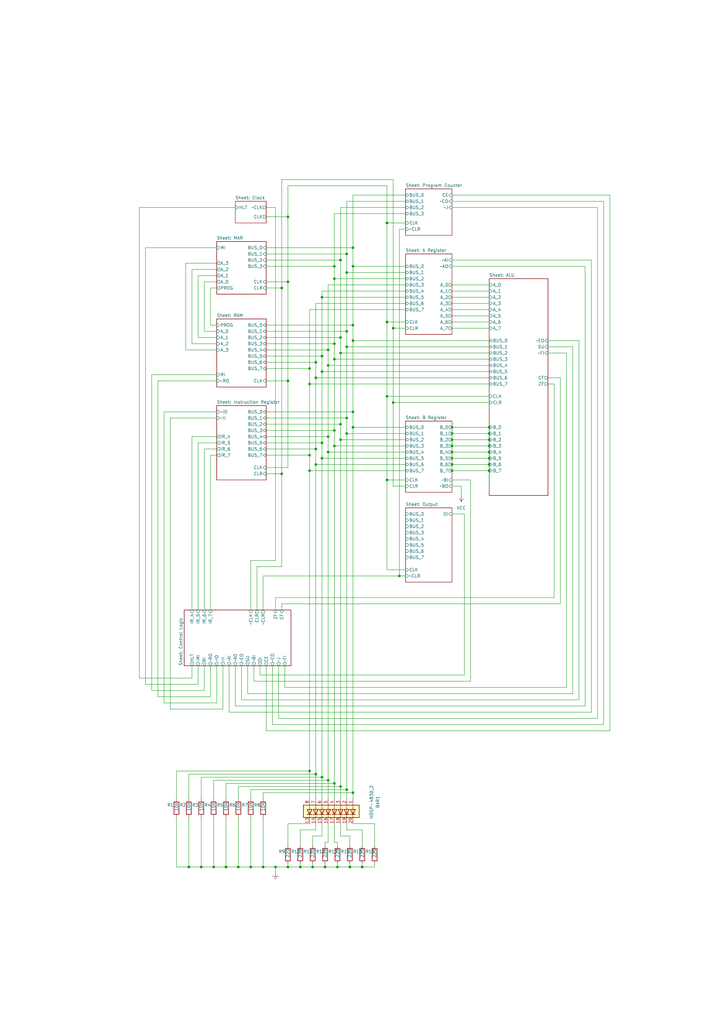
<source format=kicad_sch>
(kicad_sch (version 20211123) (generator eeschema)
  (paper "A3" portrait)
  (lib_symbols
    (symbol "Device:R" (pin_numbers hide) (pin_names (offset 0))
      (property "Reference" "R" (at 2.032 0 90))
      (property "Value" "R" (at 0 0 90))
      (symbol "R_0_1"
        (rectangle (start -1.016 -2.54) (end 1.016 2.54) (stroke (width 0.254)))
      )
      (symbol "R_1_1"
        (pin passive line (at 0 3.81 270) (length 1.27) (name "~") (number "1"))
        (pin passive line (at 0 -3.81 90) (length 1.27) (name "~") (number "2"))
      )
    )
    (symbol "LED:HDSP-4830_2" (pin_names (offset 1.016) hide)
      (property "Reference" "BAR?" (at 0 20.32 0))
      (property "Value" "HDSP-4830_2" (at 0 17.78 0))
      (symbol "HDSP-4830_2_0_1"
        (rectangle (start -2.54 12.7) (end 2.54 -10.16) (stroke (width 0.254)) (fill (type background)))
        (polyline (pts (xy -2.54 -7.62) (xy 2.54 -7.62)))
        (polyline (pts (xy -2.54 -5.08) (xy 2.54 -5.08)))
        (polyline (pts (xy -2.54 0) (xy 2.54 0)))
        (polyline (pts (xy -2.54 5.08) (xy 2.54 5.08)))
        (polyline (pts (xy -2.54 7.62) (xy 2.54 7.62)))
        (polyline (pts (xy -2.54 10.16) (xy 2.54 10.16)))
        (polyline (pts (xy 1.27 -6.604) (xy 1.27 -8.636)) (stroke (width 0.254)))
        (polyline (pts (xy 1.27 -4.064) (xy 1.27 -6.096)) (stroke (width 0.254)))
        (polyline (pts (xy 1.27 -1.524) (xy 1.27 -3.556)) (stroke (width 0.254)))
        (polyline (pts (xy 1.27 1.016) (xy 1.27 -1.016)) (stroke (width 0.254)))
        (polyline (pts (xy 1.27 3.556) (xy 1.27 1.524)) (stroke (width 0.254)))
        (polyline (pts (xy 1.27 6.096) (xy 1.27 4.064)) (stroke (width 0.254)))
        (polyline (pts (xy 1.27 8.636) (xy 1.27 6.604)) (stroke (width 0.254)))
        (polyline (pts (xy 1.27 11.176) (xy 1.27 9.144)) (stroke (width 0.254)))
        (polyline (pts (xy 2.54 -2.54) (xy -2.54 -2.54)))
        (polyline (pts (xy 2.54 2.54) (xy -2.54 2.54)))
        (polyline (pts (xy -0.762 -6.604) (xy -0.762 -8.636) (xy 1.27 -7.62) (xy -0.762 -6.604)) (stroke (width 0.254)))
        (polyline (pts (xy -0.762 -4.064) (xy -0.762 -6.096) (xy 1.27 -5.08) (xy -0.762 -4.064)) (stroke (width 0.254)))
        (polyline (pts (xy -0.762 -1.524) (xy -0.762 -3.556) (xy 1.27 -2.54) (xy -0.762 -1.524)) (stroke (width 0.254)))
        (polyline (pts (xy -0.762 1.016) (xy -0.762 -1.016) (xy 1.27 0) (xy -0.762 1.016)) (stroke (width 0.254)))
        (polyline (pts (xy -0.762 3.556) (xy -0.762 1.524) (xy 1.27 2.54) (xy -0.762 3.556)) (stroke (width 0.254)))
        (polyline (pts (xy -0.762 6.096) (xy -0.762 4.064) (xy 1.27 5.08) (xy -0.762 6.096)) (stroke (width 0.254)))
        (polyline (pts (xy -0.762 8.636) (xy -0.762 6.604) (xy 1.27 7.62) (xy -0.762 8.636)) (stroke (width 0.254)))
        (polyline (pts (xy -0.762 11.176) (xy -0.762 9.144) (xy 1.27 10.16) (xy -0.762 11.176)) (stroke (width 0.254)))
      )
      (symbol "HDSP-4830_2_1_1"
        (pin passive line (at -5.08 10.16 0) (length 2.54) (name "A") (number "1"))
        (pin passive line (at 5.08 -7.62 180) (length 2.54) (name "K") (number "13"))
        (pin passive line (at 5.08 -5.08 180) (length 2.54) (name "K") (number "14"))
        (pin passive line (at 5.08 -2.54 180) (length 2.54) (name "K") (number "15"))
        (pin passive line (at 5.08 0 180) (length 2.54) (name "K") (number "16"))
        (pin passive line (at 5.08 2.54 180) (length 2.54) (name "K") (number "17"))
        (pin passive line (at 5.08 5.08 180) (length 2.54) (name "K") (number "18"))
        (pin passive line (at 5.08 7.62 180) (length 2.54) (name "K") (number "19"))
        (pin passive line (at -5.08 7.62 0) (length 2.54) (name "A") (number "2"))
        (pin passive line (at 5.08 10.16 180) (length 2.54) (name "K") (number "20"))
        (pin passive line (at -5.08 5.08 0) (length 2.54) (name "A") (number "3"))
        (pin passive line (at -5.08 2.54 0) (length 2.54) (name "A") (number "4"))
        (pin passive line (at -5.08 0 0) (length 2.54) (name "A") (number "5"))
        (pin passive line (at -5.08 -2.54 0) (length 2.54) (name "A") (number "6"))
        (pin passive line (at -5.08 -5.08 0) (length 2.54) (name "A") (number "7"))
        (pin passive line (at -5.08 -7.62 0) (length 2.54) (name "A") (number "8"))
      )
    )
    (symbol "power:Earth" (power) (pin_names (offset 0))
      (symbol "Earth_0_1"
        (polyline (pts (xy -0.635 -1.905) (xy 0.635 -1.905)))
        (polyline (pts (xy -0.127 -2.54) (xy 0.127 -2.54)))
        (polyline (pts (xy 0 -1.27) (xy 0 0)))
        (polyline (pts (xy 1.27 -1.27) (xy -1.27 -1.27)))
      )
      (symbol "Earth_1_1"
        (pin power_in line (at 0 0 270) (length 0) hide (name "Earth") (number "1"))
      )
    )
    (symbol "power:VCC" (power) (pin_names (offset 0))
      (property "Value" "VCC" (at 0 3.81 0))
      (symbol "VCC_0_1"
        (polyline (pts (xy -0.762 1.27) (xy 0 2.54)))
        (polyline (pts (xy 0 0) (xy 0 2.54)))
        (polyline (pts (xy 0 2.54) (xy 0.762 1.27)))
      )
      (symbol "VCC_1_1"
        (pin power_in line (at 0 0 90) (length 0) hide (name "VCC") (number "1"))
      )
    )
  )
  (junction (at 118.11 88.9))
  (junction (at 144.78 325.12))
  (junction (at 185.42 182.88))
  (junction (at 102.87 355.6))
  (junction (at 107.95 355.6))
  (junction (at 137.16 176.53))
  (junction (at 142.24 142.24))
  (junction (at 142.24 111.76))
  (junction (at 137.16 109.22))
  (junction (at 163.83 236.22))
  (junction (at 134.62 185.42))
  (junction (at 133.35 355.6))
  (junction (at 185.42 185.42))
  (junction (at 144.78 101.6))
  (junction (at 137.16 147.32))
  (junction (at 127 151.13))
  (junction (at 200.66 182.88))
  (junction (at 200.66 187.96))
  (junction (at 139.7 106.68))
  (junction (at 134.62 179.07))
  (junction (at 158.75 91.44))
  (junction (at 132.08 146.05))
  (junction (at 142.24 177.8))
  (junction (at 142.24 171.45))
  (junction (at 128.27 355.6))
  (junction (at 139.7 138.43))
  (junction (at 139.7 322.58))
  (junction (at 129.54 190.5))
  (junction (at 129.54 148.59))
  (junction (at 77.47 355.6))
  (junction (at 144.78 109.22))
  (junction (at 158.75 162.56))
  (junction (at 142.24 135.89))
  (junction (at 129.54 154.94))
  (junction (at 137.16 114.3))
  (junction (at 200.66 190.5))
  (junction (at 113.03 355.6))
  (junction (at 185.42 180.34))
  (junction (at 118.11 115.57))
  (junction (at 200.66 193.04))
  (junction (at 115.57 194.31))
  (junction (at 118.11 355.6))
  (junction (at 200.66 180.34))
  (junction (at 200.66 175.26))
  (junction (at 200.66 177.8))
  (junction (at 137.16 182.88))
  (junction (at 142.24 104.14))
  (junction (at 97.79 355.6))
  (junction (at 129.54 184.15))
  (junction (at 137.16 321.31))
  (junction (at 148.59 355.6))
  (junction (at 127 157.48))
  (junction (at 127 193.04))
  (junction (at 115.57 118.11))
  (junction (at 132.08 187.96))
  (junction (at 87.63 355.6))
  (junction (at 185.42 190.5))
  (junction (at 139.7 180.34))
  (junction (at 161.29 134.62))
  (junction (at 82.55 355.6))
  (junction (at 129.54 317.5))
  (junction (at 127 186.69))
  (junction (at 200.66 185.42))
  (junction (at 185.42 175.26))
  (junction (at 123.19 355.6))
  (junction (at 158.75 196.85))
  (junction (at 137.16 140.97))
  (junction (at 132.08 121.92))
  (junction (at 132.08 318.77))
  (junction (at 185.42 187.96))
  (junction (at 144.78 175.26))
  (junction (at 134.62 143.51))
  (junction (at 139.7 173.99))
  (junction (at 161.29 165.1))
  (junction (at 118.11 156.21))
  (junction (at 142.24 323.85))
  (junction (at 185.42 193.04))
  (junction (at 132.08 181.61))
  (junction (at 92.71 355.6))
  (junction (at 127 316.23))
  (junction (at 132.08 152.4))
  (junction (at 144.78 168.91))
  (junction (at 144.78 139.7))
  (junction (at 158.75 132.08))
  (junction (at 185.42 177.8))
  (junction (at 138.43 355.6))
  (junction (at 144.78 133.35))
  (junction (at 134.62 320.04))
  (junction (at 139.7 144.78))
  (junction (at 134.62 149.86))
  (junction (at 143.51 355.6))
  (wire (pts (xy 67.31 168.91) (xy 88.9 168.91)))
  (wire (pts (xy 234.95 284.48) (xy 234.95 142.24)))
  (wire (pts (xy 166.37 85.09) (xy 139.7 85.09)))
  (wire (pts (xy 142.24 135.89) (xy 142.24 142.24)))
  (wire (pts (xy 161.29 165.1) (xy 161.29 199.39)))
  (wire (pts (xy 190.5 276.86) (xy 190.5 210.82)))
  (wire (pts (xy 129.54 340.36) (xy 129.54 337.82)))
  (wire (pts (xy 77.47 317.5) (xy 129.54 317.5)))
  (wire (pts (xy 166.37 91.44) (xy 158.75 91.44)))
  (wire (pts (xy 81.28 181.61) (xy 88.9 181.61)))
  (wire (pts (xy 107.95 250.19) (xy 107.95 236.22)))
  (wire (pts (xy 200.66 190.5) (xy 200.66 193.04)))
  (wire (pts (xy 138.43 355.6) (xy 138.43 354.33)))
  (wire (pts (xy 86.36 273.05) (xy 86.36 285.75)))
  (wire (pts (xy 109.22 179.07) (xy 134.62 179.07)))
  (wire (pts (xy 158.75 132.08) (xy 158.75 162.56)))
  (wire (pts (xy 102.87 229.87) (xy 113.03 229.87)))
  (wire (pts (xy 148.59 340.36) (xy 142.24 340.36)))
  (wire (pts (xy 185.42 180.34) (xy 200.66 180.34)))
  (wire (pts (xy 139.7 322.58) (xy 139.7 327.66)))
  (wire (pts (xy 185.42 193.04) (xy 200.66 193.04)))
  (wire (pts (xy 107.95 335.28) (xy 107.95 355.6)))
  (wire (pts (xy 224.79 154.94) (xy 229.87 154.94)))
  (wire (pts (xy 200.66 149.86) (xy 134.62 149.86)))
  (wire (pts (xy 88.9 107.95) (xy 76.2 107.95)))
  (wire (pts (xy 163.83 93.98) (xy 163.83 236.22)))
  (wire (pts (xy 142.24 82.55) (xy 142.24 104.14)))
  (wire (pts (xy 242.57 106.68) (xy 185.42 106.68)))
  (wire (pts (xy 137.16 345.44) (xy 137.16 337.82)))
  (wire (pts (xy 185.42 187.96) (xy 200.66 187.96)))
  (wire (pts (xy 134.62 345.44) (xy 134.62 337.82)))
  (wire (pts (xy 104.14 279.4) (xy 104.14 273.05)))
  (wire (pts (xy 158.75 76.2) (xy 158.75 91.44)))
  (wire (pts (xy 185.42 190.5) (xy 185.42 193.04)))
  (wire (pts (xy 102.87 323.85) (xy 142.24 323.85)))
  (wire (pts (xy 109.22 115.57) (xy 118.11 115.57)))
  (wire (pts (xy 158.75 76.2) (xy 118.11 76.2)))
  (wire (pts (xy 77.47 355.6) (xy 77.47 335.28)))
  (wire (pts (xy 109.22 181.61) (xy 132.08 181.61)))
  (wire (pts (xy 237.49 287.02) (xy 99.06 287.02)))
  (wire (pts (xy 83.82 184.15) (xy 88.9 184.15)))
  (wire (pts (xy 185.42 121.92) (xy 200.66 121.92)))
  (wire (pts (xy 224.79 144.78) (xy 232.41 144.78)))
  (wire (pts (xy 114.3 294.64) (xy 245.11 294.64)))
  (wire (pts (xy 107.95 355.6) (xy 113.03 355.6)))
  (wire (pts (xy 118.11 76.2) (xy 118.11 88.9)))
  (wire (pts (xy 166.37 132.08) (xy 158.75 132.08)))
  (wire (pts (xy 134.62 116.84) (xy 134.62 143.51)))
  (wire (pts (xy 115.57 250.19) (xy 115.57 247.65)))
  (wire (pts (xy 118.11 115.57) (xy 118.11 156.21)))
  (wire (pts (xy 144.78 175.26) (xy 166.37 175.26)))
  (wire (pts (xy 166.37 196.85) (xy 158.75 196.85)))
  (wire (pts (xy 224.79 142.24) (xy 234.95 142.24)))
  (wire (pts (xy 132.08 121.92) (xy 166.37 121.92)))
  (wire (pts (xy 102.87 355.6) (xy 102.87 335.28)))
  (wire (pts (xy 123.19 340.36) (xy 129.54 340.36)))
  (wire (pts (xy 132.08 187.96) (xy 132.08 318.77)))
  (wire (pts (xy 109.22 88.9) (xy 118.11 88.9)))
  (wire (pts (xy 133.35 345.44) (xy 133.35 346.71)))
  (wire (pts (xy 109.22 135.89) (xy 142.24 135.89)))
  (wire (pts (xy 81.28 113.03) (xy 81.28 138.43)))
  (wire (pts (xy 127 193.04) (xy 166.37 193.04)))
  (wire (pts (xy 139.7 173.99) (xy 139.7 180.34)))
  (wire (pts (xy 166.37 127) (xy 127 127)))
  (wire (pts (xy 127 337.82) (xy 118.11 337.82)))
  (wire (pts (xy 185.42 129.54) (xy 200.66 129.54)))
  (wire (pts (xy 109.22 104.14) (xy 142.24 104.14)))
  (wire (pts (xy 77.47 327.66) (xy 77.47 317.5)))
  (wire (pts (xy 166.37 185.42) (xy 134.62 185.42)))
  (wire (pts (xy 109.22 138.43) (xy 139.7 138.43)))
  (wire (pts (xy 115.57 232.41) (xy 115.57 194.31)))
  (wire (pts (xy 87.63 320.04) (xy 134.62 320.04)))
  (wire (pts (xy 200.66 154.94) (xy 129.54 154.94)))
  (wire (pts (xy 166.37 82.55) (xy 142.24 82.55)))
  (wire (pts (xy 200.66 185.42) (xy 200.66 187.96)))
  (wire (pts (xy 127 186.69) (xy 127 193.04)))
  (wire (pts (xy 189.23 199.39) (xy 189.23 203.2)))
  (wire (pts (xy 101.6 284.48) (xy 234.95 284.48)))
  (wire (pts (xy 118.11 337.82) (xy 118.11 346.71)))
  (wire (pts (xy 137.16 87.63) (xy 137.16 109.22)))
  (wire (pts (xy 78.74 179.07) (xy 78.74 250.19)))
  (wire (pts (xy 62.23 283.21) (xy 83.82 283.21)))
  (wire (pts (xy 132.08 181.61) (xy 132.08 187.96)))
  (wire (pts (xy 93.98 273.05) (xy 93.98 292.1)))
  (wire (pts (xy 142.24 340.36) (xy 142.24 337.82)))
  (wire (pts (xy 158.75 233.68) (xy 158.75 196.85)))
  (wire (pts (xy 113.03 229.87) (xy 113.03 85.09)))
  (wire (pts (xy 81.28 138.43) (xy 88.9 138.43)))
  (wire (pts (xy 200.66 139.7) (xy 144.78 139.7)))
  (wire (pts (xy 97.79 355.6) (xy 102.87 355.6)))
  (wire (pts (xy 109.22 299.72) (xy 250.19 299.72)))
  (wire (pts (xy 111.76 297.18) (xy 111.76 273.05)))
  (wire (pts (xy 109.22 173.99) (xy 139.7 173.99)))
  (wire (pts (xy 132.08 187.96) (xy 166.37 187.96)))
  (wire (pts (xy 83.82 184.15) (xy 83.82 250.19)))
  (wire (pts (xy 76.2 143.51) (xy 88.9 143.51)))
  (wire (pts (xy 81.28 280.67) (xy 59.69 280.67)))
  (wire (pts (xy 97.79 355.6) (xy 97.79 335.28)))
  (wire (pts (xy 166.37 236.22) (xy 163.83 236.22)))
  (wire (pts (xy 113.03 355.6) (xy 118.11 355.6)))
  (wire (pts (xy 128.27 355.6) (xy 128.27 354.33)))
  (wire (pts (xy 144.78 133.35) (xy 144.78 139.7)))
  (wire (pts (xy 109.22 186.69) (xy 127 186.69)))
  (wire (pts (xy 132.08 121.92) (xy 132.08 146.05)))
  (wire (pts (xy 185.42 196.85) (xy 193.04 196.85)))
  (wire (pts (xy 86.36 186.69) (xy 88.9 186.69)))
  (wire (pts (xy 200.66 177.8) (xy 200.66 180.34)))
  (wire (pts (xy 107.95 325.12) (xy 144.78 325.12)))
  (wire (pts (xy 127 316.23) (xy 127 327.66)))
  (wire (pts (xy 83.82 115.57) (xy 88.9 115.57)))
  (wire (pts (xy 139.7 180.34) (xy 166.37 180.34)))
  (wire (pts (xy 129.54 190.5) (xy 166.37 190.5)))
  (wire (pts (xy 86.36 118.11) (xy 88.9 118.11)))
  (wire (pts (xy 129.54 124.46) (xy 129.54 148.59)))
  (wire (pts (xy 123.19 355.6) (xy 118.11 355.6)))
  (wire (pts (xy 166.37 80.01) (xy 144.78 80.01)))
  (wire (pts (xy 200.66 152.4) (xy 132.08 152.4)))
  (wire (pts (xy 185.42 185.42) (xy 185.42 187.96)))
  (wire (pts (xy 190.5 210.82) (xy 185.42 210.82)))
  (wire (pts (xy 144.78 325.12) (xy 144.78 327.66)))
  (wire (pts (xy 87.63 355.6) (xy 82.55 355.6)))
  (wire (pts (xy 200.66 142.24) (xy 142.24 142.24)))
  (wire (pts (xy 185.42 199.39) (xy 189.23 199.39)))
  (wire (pts (xy 133.35 355.6) (xy 133.35 354.33)))
  (wire (pts (xy 109.22 176.53) (xy 137.16 176.53)))
  (wire (pts (xy 123.19 355.6) (xy 123.19 354.33)))
  (wire (pts (xy 138.43 355.6) (xy 143.51 355.6)))
  (wire (pts (xy 250.19 80.01) (xy 250.19 299.72)))
  (wire (pts (xy 106.68 273.05) (xy 106.68 276.86)))
  (wire (pts (xy 166.37 233.68) (xy 158.75 233.68)))
  (wire (pts (xy 59.69 280.67) (xy 59.69 101.6)))
  (wire (pts (xy 132.08 119.38) (xy 132.08 121.92)))
  (wire (pts (xy 87.63 355.6) (xy 87.63 335.28)))
  (wire (pts (xy 185.42 180.34) (xy 185.42 182.88)))
  (wire (pts (xy 185.42 109.22) (xy 240.03 109.22)))
  (wire (pts (xy 129.54 190.5) (xy 129.54 317.5)))
  (wire (pts (xy 107.95 355.6) (xy 102.87 355.6)))
  (wire (pts (xy 129.54 317.5) (xy 129.54 327.66)))
  (wire (pts (xy 113.03 85.09) (xy 109.22 85.09)))
  (wire (pts (xy 185.42 177.8) (xy 200.66 177.8)))
  (wire (pts (xy 139.7 180.34) (xy 139.7 322.58)))
  (wire (pts (xy 200.66 193.04) (xy 200.66 200.66)))
  (wire (pts (xy 109.22 106.68) (xy 139.7 106.68)))
  (wire (pts (xy 143.51 342.9) (xy 139.7 342.9)))
  (wire (pts (xy 57.15 85.09) (xy 57.15 278.13)))
  (wire (pts (xy 82.55 355.6) (xy 82.55 335.28)))
  (wire (pts (xy 200.66 180.34) (xy 200.66 182.88)))
  (wire (pts (xy 185.42 182.88) (xy 200.66 182.88)))
  (wire (pts (xy 185.42 175.26) (xy 185.42 177.8)))
  (wire (pts (xy 128.27 342.9) (xy 132.08 342.9)))
  (wire (pts (xy 139.7 106.68) (xy 139.7 138.43)))
  (wire (pts (xy 139.7 342.9) (xy 139.7 337.82)))
  (wire (pts (xy 142.24 142.24) (xy 142.24 171.45)))
  (wire (pts (xy 137.16 182.88) (xy 137.16 321.31)))
  (wire (pts (xy 166.37 109.22) (xy 144.78 109.22)))
  (wire (pts (xy 109.22 118.11) (xy 115.57 118.11)))
  (wire (pts (xy 96.52 85.09) (xy 57.15 85.09)))
  (wire (pts (xy 166.37 199.39) (xy 161.29 199.39)))
  (wire (pts (xy 123.19 355.6) (xy 128.27 355.6)))
  (wire (pts (xy 166.37 124.46) (xy 129.54 124.46)))
  (wire (pts (xy 64.77 285.75) (xy 64.77 156.21)))
  (wire (pts (xy 99.06 287.02) (xy 99.06 273.05)))
  (wire (pts (xy 193.04 279.4) (xy 104.14 279.4)))
  (wire (pts (xy 109.22 148.59) (xy 129.54 148.59)))
  (wire (pts (xy 86.36 285.75) (xy 64.77 285.75)))
  (wire (pts (xy 105.41 250.19) (xy 105.41 232.41)))
  (wire (pts (xy 107.95 327.66) (xy 107.95 325.12)))
  (wire (pts (xy 229.87 154.94) (xy 229.87 247.65)))
  (wire (pts (xy 185.42 119.38) (xy 200.66 119.38)))
  (wire (pts (xy 185.42 182.88) (xy 185.42 185.42)))
  (wire (pts (xy 88.9 153.67) (xy 62.23 153.67)))
  (wire (pts (xy 153.67 354.33) (xy 153.67 355.6)))
  (wire (pts (xy 57.15 278.13) (xy 78.74 278.13)))
  (wire (pts (xy 88.9 288.29) (xy 67.31 288.29)))
  (wire (pts (xy 102.87 327.66) (xy 102.87 323.85)))
  (wire (pts (xy 132.08 318.77) (xy 132.08 327.66)))
  (wire (pts (xy 134.62 149.86) (xy 134.62 179.07)))
  (wire (pts (xy 185.42 116.84) (xy 200.66 116.84)))
  (wire (pts (xy 200.66 187.96) (xy 200.66 190.5)))
  (wire (pts (xy 185.42 177.8) (xy 185.42 180.34)))
  (wire (pts (xy 128.27 342.9) (xy 128.27 346.71)))
  (wire (pts (xy 107.95 236.22) (xy 163.83 236.22)))
  (wire (pts (xy 247.65 82.55) (xy 247.65 297.18)))
  (wire (pts (xy 109.22 151.13) (xy 127 151.13)))
  (wire (pts (xy 185.42 132.08) (xy 200.66 132.08)))
  (wire (pts (xy 142.24 104.14) (xy 142.24 111.76)))
  (wire (pts (xy 86.36 118.11) (xy 86.36 133.35)))
  (wire (pts (xy 109.22 140.97) (xy 137.16 140.97)))
  (wire (pts (xy 109.22 156.21) (xy 118.11 156.21)))
  (wire (pts (xy 133.35 345.44) (xy 134.62 345.44)))
  (wire (pts (xy 132.08 342.9) (xy 132.08 337.82)))
  (wire (pts (xy 227.33 245.11) (xy 113.03 245.11)))
  (wire (pts (xy 109.22 101.6) (xy 144.78 101.6)))
  (wire (pts (xy 137.16 182.88) (xy 166.37 182.88)))
  (wire (pts (xy 144.78 175.26) (xy 144.78 325.12)))
  (wire (pts (xy 69.85 171.45) (xy 88.9 171.45)))
  (wire (pts (xy 86.36 186.69) (xy 86.36 250.19)))
  (wire (pts (xy 144.78 80.01) (xy 144.78 101.6)))
  (wire (pts (xy 127 127) (xy 127 151.13)))
  (wire (pts (xy 143.51 342.9) (xy 143.51 346.71)))
  (wire (pts (xy 137.16 140.97) (xy 137.16 147.32)))
  (wire (pts (xy 134.62 320.04) (xy 134.62 327.66)))
  (wire (pts (xy 78.74 110.49) (xy 78.74 140.97)))
  (wire (pts (xy 114.3 273.05) (xy 114.3 294.64)))
  (wire (pts (xy 185.42 124.46) (xy 200.66 124.46)))
  (wire (pts (xy 109.22 146.05) (xy 132.08 146.05)))
  (wire (pts (xy 139.7 144.78) (xy 139.7 173.99)))
  (wire (pts (xy 133.35 355.6) (xy 128.27 355.6)))
  (wire (pts (xy 200.66 175.26) (xy 200.66 177.8)))
  (wire (pts (xy 144.78 109.22) (xy 144.78 133.35)))
  (wire (pts (xy 109.22 171.45) (xy 142.24 171.45)))
  (wire (pts (xy 92.71 355.6) (xy 97.79 355.6)))
  (wire (pts (xy 88.9 179.07) (xy 78.74 179.07)))
  (wire (pts (xy 115.57 73.66) (xy 161.29 73.66)))
  (wire (pts (xy 185.42 175.26) (xy 200.66 175.26)))
  (wire (pts (xy 200.66 147.32) (xy 137.16 147.32)))
  (wire (pts (xy 138.43 345.44) (xy 138.43 346.71)))
  (wire (pts (xy 92.71 327.66) (xy 92.71 321.31)))
  (wire (pts (xy 92.71 355.6) (xy 92.71 335.28)))
  (wire (pts (xy 185.42 185.42) (xy 200.66 185.42)))
  (wire (pts (xy 242.57 292.1) (xy 242.57 106.68)))
  (wire (pts (xy 91.44 273.05) (xy 91.44 290.83)))
  (wire (pts (xy 224.79 157.48) (xy 227.33 157.48)))
  (wire (pts (xy 161.29 134.62) (xy 166.37 134.62)))
  (wire (pts (xy 81.28 181.61) (xy 81.28 250.19)))
  (wire (pts (xy 153.67 355.6) (xy 148.59 355.6)))
  (wire (pts (xy 200.66 165.1) (xy 161.29 165.1)))
  (wire (pts (xy 97.79 327.66) (xy 97.79 322.58)))
  (wire (pts (xy 142.24 177.8) (xy 166.37 177.8)))
  (wire (pts (xy 109.22 184.15) (xy 129.54 184.15)))
  (wire (pts (xy 200.66 144.78) (xy 139.7 144.78)))
  (wire (pts (xy 137.16 321.31) (xy 137.16 327.66)))
  (wire (pts (xy 161.29 73.66) (xy 161.29 134.62)))
  (wire (pts (xy 185.42 134.62) (xy 200.66 134.62)))
  (wire (pts (xy 127 151.13) (xy 127 157.48)))
  (wire (pts (xy 240.03 289.56) (xy 96.52 289.56)))
  (wire (pts (xy 64.77 156.21) (xy 88.9 156.21)))
  (wire (pts (xy 115.57 247.65) (xy 229.87 247.65)))
  (wire (pts (xy 224.79 139.7) (xy 237.49 139.7)))
  (wire (pts (xy 87.63 327.66) (xy 87.63 320.04)))
  (wire (pts (xy 142.24 111.76) (xy 142.24 135.89)))
  (wire (pts (xy 185.42 127) (xy 200.66 127)))
  (wire (pts (xy 78.74 278.13) (xy 78.74 273.05)))
  (wire (pts (xy 137.16 114.3) (xy 137.16 140.97)))
  (wire (pts (xy 139.7 85.09) (xy 139.7 106.68)))
  (wire (pts (xy 77.47 355.6) (xy 72.39 355.6)))
  (wire (pts (xy 72.39 327.66) (xy 72.39 316.23)))
  (wire (pts (xy 232.41 281.94) (xy 116.84 281.94)))
  (wire (pts (xy 81.28 113.03) (xy 88.9 113.03)))
  (wire (pts (xy 200.66 182.88) (xy 200.66 185.42)))
  (wire (pts (xy 83.82 135.89) (xy 88.9 135.89)))
  (wire (pts (xy 158.75 91.44) (xy 158.75 132.08)))
  (wire (pts (xy 144.78 168.91) (xy 144.78 175.26)))
  (wire (pts (xy 245.11 85.09) (xy 185.42 85.09)))
  (wire (pts (xy 109.22 191.77) (xy 118.11 191.77)))
  (wire (pts (xy 142.24 323.85) (xy 142.24 327.66)))
  (wire (pts (xy 59.69 101.6) (xy 88.9 101.6)))
  (wire (pts (xy 87.63 355.6) (xy 92.71 355.6)))
  (wire (pts (xy 153.67 337.82) (xy 144.78 337.82)))
  (wire (pts (xy 137.16 147.32) (xy 137.16 176.53)))
  (wire (pts (xy 132.08 152.4) (xy 132.08 181.61)))
  (wire (pts (xy 166.37 93.98) (xy 163.83 93.98)))
  (wire (pts (xy 86.36 133.35) (xy 88.9 133.35)))
  (wire (pts (xy 166.37 119.38) (xy 132.08 119.38)))
  (wire (pts (xy 76.2 107.95) (xy 76.2 143.51)))
  (wire (pts (xy 109.22 133.35) (xy 144.78 133.35)))
  (wire (pts (xy 129.54 184.15) (xy 129.54 190.5)))
  (wire (pts (xy 144.78 101.6) (xy 144.78 109.22)))
  (wire (pts (xy 109.22 109.22) (xy 137.16 109.22)))
  (wire (pts (xy 137.16 176.53) (xy 137.16 182.88)))
  (wire (pts (xy 132.08 146.05) (xy 132.08 152.4)))
  (wire (pts (xy 134.62 179.07) (xy 134.62 185.42)))
  (wire (pts (xy 109.22 273.05) (xy 109.22 299.72)))
  (wire (pts (xy 245.11 294.64) (xy 245.11 85.09)))
  (wire (pts (xy 69.85 171.45) (xy 69.85 290.83)))
  (wire (pts (xy 185.42 82.55) (xy 247.65 82.55)))
  (wire (pts (xy 166.37 87.63) (xy 137.16 87.63)))
  (wire (pts (xy 247.65 297.18) (xy 111.76 297.18)))
  (wire (pts (xy 62.23 153.67) (xy 62.23 283.21)))
  (wire (pts (xy 138.43 345.44) (xy 137.16 345.44)))
  (wire (pts (xy 139.7 138.43) (xy 139.7 144.78)))
  (wire (pts (xy 127 157.48) (xy 200.66 157.48)))
  (wire (pts (xy 116.84 281.94) (xy 116.84 273.05)))
  (wire (pts (xy 67.31 288.29) (xy 67.31 168.91)))
  (wire (pts (xy 113.03 245.11) (xy 113.03 250.19)))
  (wire (pts (xy 166.37 114.3) (xy 137.16 114.3)))
  (wire (pts (xy 91.44 290.83) (xy 69.85 290.83)))
  (wire (pts (xy 72.39 355.6) (xy 72.39 335.28)))
  (wire (pts (xy 72.39 316.23) (xy 127 316.23)))
  (wire (pts (xy 115.57 118.11) (xy 115.57 194.31)))
  (wire (pts (xy 193.04 196.85) (xy 193.04 279.4)))
  (wire (pts (xy 118.11 88.9) (xy 118.11 115.57)))
  (wire (pts (xy 82.55 327.66) (xy 82.55 318.77)))
  (wire (pts (xy 237.49 139.7) (xy 237.49 287.02)))
  (wire (pts (xy 127 193.04) (xy 127 316.23)))
  (wire (pts (xy 232.41 144.78) (xy 232.41 281.94)))
  (wire (pts (xy 81.28 273.05) (xy 81.28 280.67)))
  (wire (pts (xy 148.59 355.6) (xy 148.59 354.33)))
  (wire (pts (xy 185.42 187.96) (xy 185.42 190.5)))
  (wire (pts (xy 113.03 358.14) (xy 113.03 355.6)))
  (wire (pts (xy 142.24 171.45) (xy 142.24 177.8)))
  (wire (pts (xy 227.33 157.48) (xy 227.33 245.11)))
  (wire (pts (xy 109.22 168.91) (xy 144.78 168.91)))
  (wire (pts (xy 158.75 162.56) (xy 158.75 196.85)))
  (wire (pts (xy 166.37 111.76) (xy 142.24 111.76)))
  (wire (pts (xy 123.19 340.36) (xy 123.19 346.71)))
  (wire (pts (xy 142.24 177.8) (xy 142.24 323.85)))
  (wire (pts (xy 143.51 355.6) (xy 148.59 355.6)))
  (wire (pts (xy 83.82 115.57) (xy 83.82 135.89)))
  (wire (pts (xy 143.51 355.6) (xy 143.51 354.33)))
  (wire (pts (xy 185.42 80.01) (xy 250.19 80.01)))
  (wire (pts (xy 93.98 292.1) (xy 242.57 292.1)))
  (wire (pts (xy 134.62 185.42) (xy 134.62 320.04)))
  (wire (pts (xy 158.75 162.56) (xy 200.66 162.56)))
  (wire (pts (xy 127 157.48) (xy 127 186.69)))
  (wire (pts (xy 118.11 355.6) (xy 118.11 354.33)))
  (wire (pts (xy 82.55 318.77) (xy 132.08 318.77)))
  (wire (pts (xy 106.68 276.86) (xy 190.5 276.86)))
  (wire (pts (xy 144.78 139.7) (xy 144.78 168.91)))
  (wire (pts (xy 137.16 109.22) (xy 137.16 114.3)))
  (wire (pts (xy 88.9 273.05) (xy 88.9 288.29)))
  (wire (pts (xy 109.22 143.51) (xy 134.62 143.51)))
  (wire (pts (xy 102.87 250.19) (xy 102.87 229.87)))
  (wire (pts (xy 83.82 283.21) (xy 83.82 273.05)))
  (wire (pts (xy 109.22 194.31) (xy 115.57 194.31)))
  (wire (pts (xy 148.59 340.36) (xy 148.59 346.71)))
  (wire (pts (xy 134.62 143.51) (xy 134.62 149.86)))
  (wire (pts (xy 115.57 118.11) (xy 115.57 73.66)))
  (wire (pts (xy 153.67 337.82) (xy 153.67 346.71)))
  (wire (pts (xy 129.54 148.59) (xy 129.54 154.94)))
  (wire (pts (xy 96.52 289.56) (xy 96.52 273.05)))
  (wire (pts (xy 166.37 116.84) (xy 134.62 116.84)))
  (wire (pts (xy 97.79 322.58) (xy 139.7 322.58)))
  (wire (pts (xy 78.74 140.97) (xy 88.9 140.97)))
  (wire (pts (xy 92.71 321.31) (xy 137.16 321.31)))
  (wire (pts (xy 129.54 154.94) (xy 129.54 184.15)))
  (wire (pts (xy 101.6 273.05) (xy 101.6 284.48)))
  (wire (pts (xy 161.29 134.62) (xy 161.29 165.1)))
  (wire (pts (xy 240.03 109.22) (xy 240.03 289.56)))
  (wire (pts (xy 105.41 232.41) (xy 115.57 232.41)))
  (wire (pts (xy 77.47 355.6) (xy 82.55 355.6)))
  (wire (pts (xy 185.42 190.5) (xy 200.66 190.5)))
  (wire (pts (xy 78.74 110.49) (xy 88.9 110.49)))
  (wire (pts (xy 133.35 355.6) (xy 138.43 355.6)))
  (wire (pts (xy 118.11 191.77) (xy 118.11 156.21)))
  (symbol (lib_id "Device:R") (at 72.39 331.47 180) (unit 1)
    (property "Reference" "R1" (at 68.58 330.2 0) (effects (justify right)))
    (property "Value" "10K" (at 72.39 332.74 90) (effects (justify right)))
    (property "Footprint" "Resistor_THT:R_Axial_DIN0204_L3.6mm_D1.6mm_P5.08mm_Horizontal" (effects hide))
  )
  (symbol (lib_id "Device:R") (at 118.11 350.52 180) (unit 1)
    (property "Reference" "R9" (at 114.3 349.25 0) (effects (justify right)))
    (property "Value" "220" (at 118.11 351.79 90) (effects (justify right)))
    (property "Footprint" "Resistor_THT:R_Axial_DIN0204_L3.6mm_D1.6mm_P5.08mm_Horizontal" (effects hide))
  )
  (symbol (lib_id "Device:R") (at 143.51 350.52 180) (unit 1)
    (property "Reference" "R14" (at 139.7 349.25 0) (effects (justify right)))
    (property "Value" "220" (at 143.51 351.79 90) (effects (justify right)))
    (property "Footprint" "Resistor_THT:R_Axial_DIN0204_L3.6mm_D1.6mm_P5.08mm_Horizontal" (effects hide))
  )
  (symbol (lib_id "LED:HDSP-4830_2") (at 134.62 332.74 270) (unit 1)
    (property "Reference" "BAR1" (at 154.94 328.93 0))
    (property "Value" "HDSP-4830_2" (at 152.4 328.93 0))
    (property "Footprint" "8_Bit Computer:8_LED_BAR" (effects hide))
    (property "Datasheet" "https://docs.broadcom.com/docs/AV02-1798EN" (effects hide))
  )
  (symbol (lib_id "Device:R") (at 82.55 331.47 180) (unit 1)
    (property "Reference" "R3" (at 78.74 330.2 0) (effects (justify right)))
    (property "Value" "10K" (at 82.55 332.74 90) (effects (justify right)))
    (property "Footprint" "Resistor_THT:R_Axial_DIN0204_L3.6mm_D1.6mm_P5.08mm_Horizontal" (effects hide))
  )
  (symbol (lib_id "Device:R") (at 128.27 350.52 180) (unit 1)
    (property "Reference" "R11" (at 124.46 349.25 0) (effects (justify right)))
    (property "Value" "220" (at 128.27 351.79 90) (effects (justify right)))
    (property "Footprint" "Resistor_THT:R_Axial_DIN0204_L3.6mm_D1.6mm_P5.08mm_Horizontal" (effects hide))
  )
  (symbol (lib_id "power:VCC") (at 189.23 203.2 180) (unit 1)
    (property "Reference" "#PWR02" (effects hide))
    (property "Value" "VCC" (at 189.23 208.28 0))
  )
  (symbol (lib_id "Device:R") (at 92.71 331.47 180) (unit 1)
    (property "Reference" "R5" (at 88.9 330.2 0) (effects (justify right)))
    (property "Value" "10K" (at 92.71 332.74 90) (effects (justify right)))
    (property "Footprint" "Resistor_THT:R_Axial_DIN0204_L3.6mm_D1.6mm_P5.08mm_Horizontal" (effects hide))
  )
  (symbol (lib_id "Device:R") (at 153.67 350.52 180) (unit 1)
    (property "Reference" "R16" (at 149.86 349.25 0) (effects (justify right)))
    (property "Value" "220" (at 153.67 351.79 90) (effects (justify right)))
    (property "Footprint" "Resistor_THT:R_Axial_DIN0204_L3.6mm_D1.6mm_P5.08mm_Horizontal" (effects hide))
  )
  (symbol (lib_id "Device:R") (at 97.79 331.47 180) (unit 1)
    (property "Reference" "R6" (at 93.98 330.2 0) (effects (justify right)))
    (property "Value" "10K" (at 97.79 332.74 90) (effects (justify right)))
    (property "Footprint" "Resistor_THT:R_Axial_DIN0204_L3.6mm_D1.6mm_P5.08mm_Horizontal" (effects hide))
  )
  (symbol (lib_id "Device:R") (at 133.35 350.52 180) (unit 1)
    (property "Reference" "R12" (at 129.54 349.25 0) (effects (justify right)))
    (property "Value" "220" (at 133.35 351.79 90) (effects (justify right)))
    (property "Footprint" "Resistor_THT:R_Axial_DIN0204_L3.6mm_D1.6mm_P5.08mm_Horizontal" (effects hide))
  )
  (symbol (lib_id "Device:R") (at 77.47 331.47 180) (unit 1)
    (property "Reference" "R2" (at 73.66 330.2 0) (effects (justify right)))
    (property "Value" "10K" (at 77.47 332.74 90) (effects (justify right)))
    (property "Footprint" "Resistor_THT:R_Axial_DIN0204_L3.6mm_D1.6mm_P5.08mm_Horizontal" (effects hide))
  )
  (symbol (lib_id "Device:R") (at 123.19 350.52 180) (unit 1)
    (property "Reference" "R10" (at 119.38 349.25 0) (effects (justify right)))
    (property "Value" "220" (at 123.19 351.79 90) (effects (justify right)))
    (property "Footprint" "Resistor_THT:R_Axial_DIN0204_L3.6mm_D1.6mm_P5.08mm_Horizontal" (effects hide))
  )
  (symbol (lib_id "Device:R") (at 138.43 350.52 180) (unit 1)
    (property "Reference" "R13" (at 134.62 349.25 0) (effects (justify right)))
    (property "Value" "220" (at 138.43 351.79 90) (effects (justify right)))
    (property "Footprint" "Resistor_THT:R_Axial_DIN0204_L3.6mm_D1.6mm_P5.08mm_Horizontal" (effects hide))
  )
  (symbol (lib_id "power:Earth") (at 113.03 358.14 0) (unit 1)
    (property "Reference" "#PWR01" (effects hide))
    (property "Value" "Earth" (effects hide))
  )
  (symbol (lib_id "Device:R") (at 107.95 331.47 180) (unit 1)
    (property "Reference" "R8" (at 104.14 330.2 0) (effects (justify right)))
    (property "Value" "10K" (at 107.95 332.74 90) (effects (justify right)))
    (property "Footprint" "Resistor_THT:R_Axial_DIN0204_L3.6mm_D1.6mm_P5.08mm_Horizontal" (effects hide))
  )
  (symbol (lib_id "Device:R") (at 102.87 331.47 180) (unit 1)
    (property "Reference" "R7" (at 99.06 330.2 0) (effects (justify right)))
    (property "Value" "10K" (at 102.87 332.74 90) (effects (justify right)))
    (property "Footprint" "Resistor_THT:R_Axial_DIN0204_L3.6mm_D1.6mm_P5.08mm_Horizontal" (effects hide))
  )
  (symbol (lib_id "Device:R") (at 87.63 331.47 180) (unit 1)
    (property "Reference" "R4" (at 83.82 330.2 0) (effects (justify right)))
    (property "Value" "10K" (at 87.63 332.74 90) (effects (justify right)))
    (property "Footprint" "Resistor_THT:R_Axial_DIN0204_L3.6mm_D1.6mm_P5.08mm_Horizontal" (effects hide))
  )
  (symbol (lib_id "Device:R") (at 148.59 350.52 180) (unit 1)
    (property "Reference" "R15" (at 144.78 349.25 0) (effects (justify right)))
    (property "Value" "220" (at 148.59 351.79 90) (effects (justify right)))
    (property "Footprint" "Resistor_THT:R_Axial_DIN0204_L3.6mm_D1.6mm_P5.08mm_Horizontal" (effects hide))
  )
  (sheet (at 166.37 172.72) (size 19.05 29.21) (stroke (width 0.1524))
    (property "Sheet name" "Sheet: B Register" (at 166.37 172.0084 0) (effects (justify left bottom)))
    (property "Sheet file" "Schematics/Register_B.kicad_sch" (effects hide))
    (pin "B_4" output (at 185.42 185.42 0))
    (pin "B_3" output (at 185.42 182.88 0))
    (pin "B_2" output (at 185.42 180.34 0))
    (pin "B_1" output (at 185.42 177.8 0))
    (pin "B_5" output (at 185.42 187.96 0))
    (pin "B_0" output (at 185.42 175.26 0))
    (pin "CLR" input (at 166.37 199.39 180))
    (pin "CLK" input (at 166.37 196.85 180))
    (pin "~BI" input (at 185.42 196.85 0))
    (pin "~BO" input (at 185.42 199.39 0))
    (pin "B_6" output (at 185.42 190.5 0))
    (pin "B_7" output (at 185.42 193.04 0))
    (pin "BUS_7" bidirectional (at 166.37 193.04 180))
    (pin "BUS_1" bidirectional (at 166.37 177.8 180))
    (pin "BUS_0" bidirectional (at 166.37 175.26 180))
    (pin "BUS_2" bidirectional (at 166.37 180.34 180))
    (pin "BUS_3" bidirectional (at 166.37 182.88 180))
    (pin "BUS_6" bidirectional (at 166.37 190.5 180))
    (pin "BUS_4" bidirectional (at 166.37 185.42 180))
    (pin "BUS_5" bidirectional (at 166.37 187.96 180))
  )
  (sheet (at 166.37 77.47) (size 19.05 19.05) (stroke (width 0.1524))
    (property "Sheet name" "Sheet: Program Counter" (at 166.37 76.7584 0) (effects (justify left bottom)))
    (property "Sheet file" "Schematics/Program Counter.kicad_sch" (effects hide))
    (pin "BUS_0" bidirectional (at 166.37 80.01 180))
    (pin "BUS_2" bidirectional (at 166.37 85.09 180))
    (pin "~J" input (at 185.42 85.09 0))
    (pin "BUS_1" bidirectional (at 166.37 82.55 180))
    (pin "BUS_3" bidirectional (at 166.37 87.63 180))
    (pin "~CLR" input (at 166.37 93.98 180))
    (pin "~CO" input (at 185.42 82.55 0))
    (pin "CE" input (at 185.42 80.01 0))
    (pin "CLK" input (at 166.37 91.44 180))
  )
  (sheet (at 96.52 82.55) (size 12.7 8.89) (stroke (width 0.1524))
    (property "Sheet name" "Sheet: Clock" (at 96.52 81.8384 0) (effects (justify left bottom)))
    (property "Sheet file" "Schematics/Clock_Module.kicad_sch" (effects hide))
    (pin "HLT" input (at 96.52 85.09 180))
    (pin "CLK" output (at 109.22 88.9 0))
    (pin "~CLK" output (at 109.22 85.09 0))
  )
  (sheet (at 75.565 250.19) (size 43.815 22.86) (stroke (width 0.1524))
    (property "Sheet name" "Sheet: Control Logic" (at 74.93 273.05 90) (effects (justify left bottom)))
    (property "Sheet file" "Schematics/Control Logic.kicad_sch" (effects hide))
    (pin "~IO" output (at 88.9 273.05 270))
    (pin "RI" output (at 83.82 273.05 270))
    (pin "~MI" output (at 81.28 273.05 270))
    (pin "~RO" output (at 86.36 273.05 270))
    (pin "HLT" output (at 78.74 273.05 270))
    (pin "~AI" output (at 93.98 273.05 270))
    (pin "~AO" output (at 96.52 273.05 270))
    (pin "~II" output (at 91.44 273.05 270))
    (pin "SU" output (at 101.6 273.05 270))
    (pin "~BI" output (at 104.14 273.05 270))
    (pin "~EO" output (at 99.06 273.05 270))
    (pin "~J" output (at 114.3 273.05 270))
    (pin "~FI" output (at 116.84 273.05 270))
    (pin "OI" output (at 106.68 273.05 270))
    (pin "CE" output (at 109.22 273.05 270))
    (pin "~CO" output (at 111.76 273.05 270))
    (pin "IR_7" input (at 86.36 250.19 90))
    (pin "~CLK" input (at 102.87 250.19 90))
    (pin "IR_6" input (at 83.82 250.19 90))
    (pin "IR_5" input (at 81.28 250.19 90))
    (pin "CLR" output (at 105.41 250.19 90))
    (pin "IR_4" input (at 78.74 250.19 90))
    (pin "~CLR" output (at 107.95 250.19 90))
    (pin "ZF" input (at 113.03 250.19 90))
    (pin "CF" input (at 115.57 250.19 90))
  )
  (sheet (at 88.9 166.37) (size 20.32 30.48) (stroke (width 0.1524))
    (property "Sheet name" "Sheet: Instruction Register" (at 88.9 165.6584 0) (effects (justify left bottom)))
    (property "Sheet file" "Schematics/Register_Instruction.kicad_sch" (effects hide))
    (pin "~II" input (at 88.9 171.45 180))
    (pin "CLR" input (at 109.22 194.31 0))
    (pin "~IO" input (at 88.9 168.91 180))
    (pin "CLK" input (at 109.22 191.77 0))
    (pin "IR_7" output (at 88.9 186.69 180))
    (pin "IR_4" output (at 88.9 179.07 180))
    (pin "IR_5" output (at 88.9 181.61 180))
    (pin "IR_6" output (at 88.9 184.15 180))
    (pin "BUS_7" bidirectional (at 109.22 186.69 0))
    (pin "BUS_1" bidirectional (at 109.22 171.45 0))
    (pin "BUS_3" bidirectional (at 109.22 176.53 0))
    (pin "BUS_0" bidirectional (at 109.22 168.91 0))
    (pin "BUS_5" bidirectional (at 109.22 181.61 0))
    (pin "BUS_2" bidirectional (at 109.22 173.99 0))
    (pin "BUS_6" bidirectional (at 109.22 184.15 0))
    (pin "BUS_4" bidirectional (at 109.22 179.07 0))
  )
  (sheet (at 166.37 104.14) (size 19.05 33.02) (stroke (width 0.1524))
    (property "Sheet name" "Sheet: A Register" (at 166.37 103.4284 0) (effects (justify left bottom)))
    (property "Sheet file" "Schematics/Register_A.kicad_sch" (effects hide))
    (pin "BUS_0" bidirectional (at 166.37 109.22 180))
    (pin "BUS_6" bidirectional (at 166.37 124.46 180))
    (pin "BUS_7" bidirectional (at 166.37 127 180))
    (pin "BUS_3" bidirectional (at 166.37 116.84 180))
    (pin "BUS_1" bidirectional (at 166.37 111.76 180))
    (pin "BUS_5" bidirectional (at 166.37 121.92 180))
    (pin "BUS_4" bidirectional (at 166.37 119.38 180))
    (pin "BUS_2" bidirectional (at 166.37 114.3 180))
    (pin "A_0" output (at 185.42 116.84 0))
    (pin "A_1" output (at 185.42 119.38 0))
    (pin "A_5" output (at 185.42 129.54 0))
    (pin "A_6" output (at 185.42 132.08 0))
    (pin "A_4" output (at 185.42 127 0))
    (pin "A_2" output (at 185.42 121.92 0))
    (pin "A_3" output (at 185.42 124.46 0))
    (pin "~AO" input (at 185.42 109.22 0))
    (pin "CLK" input (at 166.37 132.08 180))
    (pin "~AI" input (at 185.42 106.68 0))
    (pin "CLR" input (at 166.37 134.62 180))
    (pin "A_7" output (at 185.42 134.62 0))
  )
  (sheet (at 88.9 99.06) (size 20.32 21.59) (stroke (width 0.1524))
    (property "Sheet name" "Sheet: MAR" (at 88.9 98.3484 0) (effects (justify left bottom)))
    (property "Sheet file" "Schematics/MAR.kicad_sch" (effects hide))
    (pin "CLR" input (at 109.22 118.11 0))
    (pin "CLK" input (at 109.22 115.57 0))
    (pin "A_0" output (at 88.9 115.57 180))
    (pin "A_3" output (at 88.9 107.95 180))
    (pin "A_2" output (at 88.9 110.49 180))
    (pin "A_1" output (at 88.9 113.03 180))
    (pin "PROG" output (at 88.9 118.11 180))
    (pin "BUS_2" input (at 109.22 106.68 0))
    (pin "MI" input (at 88.9 101.6 180))
    (pin "BUS_1" input (at 109.22 104.14 0))
    (pin "BUS_0" input (at 109.22 101.6 0))
    (pin "BUS_3" input (at 109.22 109.22 0))
  )
  (sheet (at 88.9 130.81) (size 20.32 27.94) (stroke (width 0.1524))
    (property "Sheet name" "Sheet: RAM" (at 88.9 130.0984 0) (effects (justify left bottom)))
    (property "Sheet file" "Schematics/RAM.kicad_sch" (effects hide))
    (pin "A_2" input (at 88.9 140.97 180))
    (pin "A_0" input (at 88.9 135.89 180))
    (pin "A_1" input (at 88.9 138.43 180))
    (pin "A_3" input (at 88.9 143.51 180))
    (pin "BUS_2" bidirectional (at 109.22 138.43 0))
    (pin "BUS_3" bidirectional (at 109.22 140.97 0))
    (pin "BUS_0" bidirectional (at 109.22 133.35 0))
    (pin "BUS_6" bidirectional (at 109.22 148.59 0))
    (pin "BUS_1" bidirectional (at 109.22 135.89 0))
    (pin "BUS_7" bidirectional (at 109.22 151.13 0))
    (pin "BUS_5" bidirectional (at 109.22 146.05 0))
    (pin "BUS_4" bidirectional (at 109.22 143.51 0))
    (pin "PROG" input (at 88.9 133.35 180))
    (pin "RI" input (at 88.9 153.67 180))
    (pin "CLK" input (at 109.22 156.21 0))
    (pin "~RO" input (at 88.9 156.21 180))
  )
  (sheet (at 166.37 208.28) (size 19.05 30.48) (stroke (width 0.1524))
    (property "Sheet name" "Sheet: Output" (at 166.37 207.5684 0) (effects (justify left bottom)))
    (property "Sheet file" "Schematics/OUTPUT Display.kicad_sch" (effects hide))
    (pin "BUS_5" input (at 166.37 223.52 180))
    (pin "BUS_6" input (at 166.37 226.06 180))
    (pin "BUS_7" input (at 166.37 228.6 180))
    (pin "~CLR" input (at 166.37 236.22 180))
    (pin "OI" input (at 185.42 210.82 0))
    (pin "CLK" input (at 166.37 233.68 180))
    (pin "BUS_3" input (at 166.37 218.44 180))
    (pin "BUS_1" input (at 166.37 213.36 180))
    (pin "BUS_0" input (at 166.37 210.82 180))
    (pin "BUS_2" input (at 166.37 215.9 180))
    (pin "BUS_4" input (at 166.37 220.98 180))
  )
  (sheet (at 200.66 114.3) (size 24.13 88.9) (stroke (width 0.1524))
    (property "Sheet name" "Sheet: ALU" (at 200.66 113.5884 0) (effects (justify left bottom)))
    (property "Sheet file" "Schematics/ALU.kicad_sch" (effects hide))
    (pin "B_4" input (at 200.66 185.42 180))
    (pin "B_7" input (at 200.66 193.04 180))
    (pin "B_6" input (at 200.66 190.5 180))
    (pin "B_3" input (at 200.66 182.88 180))
    (pin "B_5" input (at 200.66 187.96 180))
    (pin "SU" input (at 224.79 142.24 0))
    (pin "~EO" input (at 224.79 139.7 0))
    (pin "A_6" input (at 200.66 132.08 180))
    (pin "A_7" input (at 200.66 134.62 180))
    (pin "A_0" input (at 200.66 116.84 180))
    (pin "A_3" input (at 200.66 124.46 180))
    (pin "A_5" input (at 200.66 129.54 180))
    (pin "A_4" input (at 200.66 127 180))
    (pin "A_2" input (at 200.66 121.92 180))
    (pin "A_1" input (at 200.66 119.38 180))
    (pin "B_1" input (at 200.66 177.8 180))
    (pin "B_0" input (at 200.66 175.26 180))
    (pin "B_2" input (at 200.66 180.34 180))
    (pin "CF" output (at 224.79 154.94 0))
    (pin "BUS_5" bidirectional (at 200.66 152.4 180))
    (pin "BUS_6" bidirectional (at 200.66 154.94 180))
    (pin "BUS_7" bidirectional (at 200.66 157.48 180))
    (pin "BUS_3" bidirectional (at 200.66 147.32 180))
    (pin "BUS_1" bidirectional (at 200.66 142.24 180))
    (pin "BUS_2" bidirectional (at 200.66 144.78 180))
    (pin "BUS_0" bidirectional (at 200.66 139.7 180))
    (pin "BUS_4" bidirectional (at 200.66 149.86 180))
    (pin "ZF" output (at 224.79 157.48 0))
    (pin "~FI" input (at 224.79 144.78 0))
    (pin "CLK" input (at 200.66 162.56 180))
    (pin "CLR" input (at 200.66 165.1 180))
  )
)
</source>
